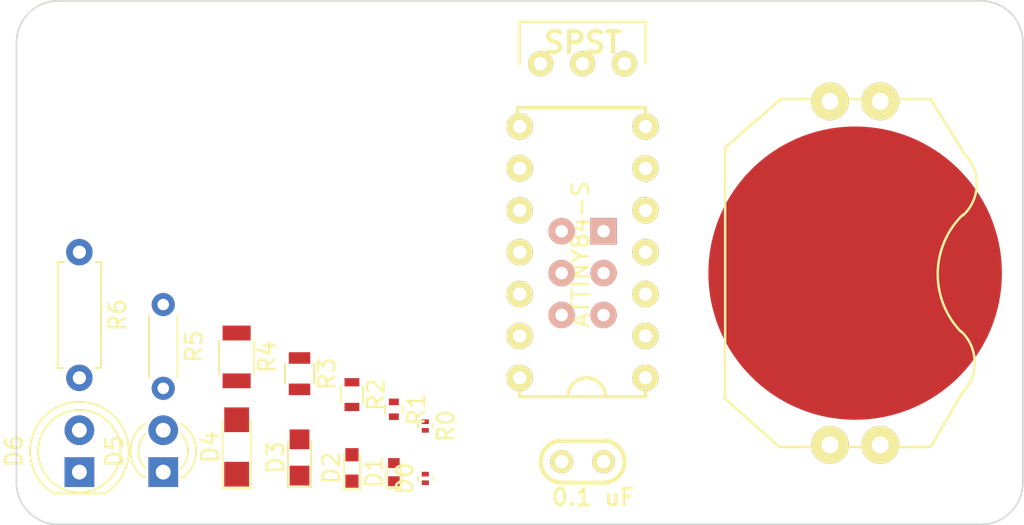
<source format=kicad_pcb>
(kicad_pcb (version 4) (host pcbnew 4.0.7)

  (general
    (links 35)
    (no_connects 35)
    (area 96.469999 99.009999 157.530001 130.860001)
    (thickness 1.6)
    (drawings 19)
    (tracks 0)
    (zones 0)
    (modules 19)
    (nets 23)
  )

  (page USLetter)
  (layers
    (0 F.Cu signal)
    (31 B.Cu signal)
    (34 B.Paste user)
    (35 F.Paste user)
    (36 B.SilkS user)
    (37 F.SilkS user)
    (38 B.Mask user)
    (39 F.Mask user)
    (40 Dwgs.User user hide)
    (44 Edge.Cuts user)
  )

  (setup
    (last_trace_width 0.1524)
    (user_trace_width 0.254)
    (user_trace_width 0.3048)
    (user_trace_width 0.4064)
    (user_trace_width 0.6096)
    (user_trace_width 2.032)
    (trace_clearance 0.1524)
    (zone_clearance 0.508)
    (zone_45_only no)
    (trace_min 0.1524)
    (segment_width 0.254)
    (edge_width 0.1)
    (via_size 0.6858)
    (via_drill 0.3302)
    (via_min_size 0.6858)
    (via_min_drill 0.3302)
    (user_via 1 0.5)
    (uvia_size 0.762)
    (uvia_drill 0.508)
    (uvias_allowed no)
    (uvia_min_size 0.508)
    (uvia_min_drill 0.127)
    (pcb_text_width 0.3)
    (pcb_text_size 1.5 1.5)
    (mod_edge_width 0.15)
    (mod_text_size 1 1)
    (mod_text_width 0.15)
    (pad_size 3.4 3.4)
    (pad_drill 3)
    (pad_to_mask_clearance 0)
    (aux_axis_origin 0 0)
    (grid_origin 210.82 95.25)
    (visible_elements 7FFFFFFF)
    (pcbplotparams
      (layerselection 0x010f0_80000001)
      (usegerberextensions true)
      (excludeedgelayer true)
      (linewidth 0.100000)
      (plotframeref false)
      (viasonmask false)
      (mode 1)
      (useauxorigin false)
      (hpglpennumber 1)
      (hpglpenspeed 20)
      (hpglpendiameter 15)
      (hpglpenoverlay 2)
      (psnegative false)
      (psa4output false)
      (plotreference true)
      (plotvalue true)
      (plotinvisibletext false)
      (padsonsilk false)
      (subtractmaskfromsilk false)
      (outputformat 1)
      (mirror false)
      (drillshape 0)
      (scaleselection 1)
      (outputdirectory gerbers/))
  )

  (net 0 "")
  (net 1 GND)
  (net 2 +BATT)
  (net 3 "Net-(BT1-Pad1)")
  (net 4 "Net-(CON1-Pad1)")
  (net 5 "Net-(CON1-Pad3)")
  (net 6 "Net-(CON1-Pad4)")
  (net 7 "Net-(CON1-Pad5)")
  (net 8 "Net-(D1-Pad2)")
  (net 9 "Net-(D0-Pad2)")
  (net 10 "Net-(D2-Pad2)")
  (net 11 "Net-(D3-Pad2)")
  (net 12 "Net-(IC1-Pad2)")
  (net 13 "Net-(IC1-Pad5)")
  (net 14 "Net-(IC1-Pad3)")
  (net 15 "Net-(D4-Pad2)")
  (net 16 "Net-(D5-Pad2)")
  (net 17 "Net-(D6-Pad2)")
  (net 18 "Net-(IC1-Pad6)")
  (net 19 "Net-(IC1-Pad10)")
  (net 20 "Net-(IC1-Pad11)")
  (net 21 "Net-(IC1-Pad12)")
  (net 22 "Net-(IC1-Pad13)")

  (net_class Default "This is the default net class."
    (clearance 0.1524)
    (trace_width 0.1524)
    (via_dia 0.6858)
    (via_drill 0.3302)
    (uvia_dia 0.762)
    (uvia_drill 0.508)
    (add_net +BATT)
    (add_net GND)
    (add_net "Net-(BT1-Pad1)")
    (add_net "Net-(CON1-Pad1)")
    (add_net "Net-(CON1-Pad3)")
    (add_net "Net-(CON1-Pad4)")
    (add_net "Net-(CON1-Pad5)")
    (add_net "Net-(D0-Pad2)")
    (add_net "Net-(D1-Pad2)")
    (add_net "Net-(D2-Pad2)")
    (add_net "Net-(D3-Pad2)")
    (add_net "Net-(D4-Pad2)")
    (add_net "Net-(D5-Pad2)")
    (add_net "Net-(D6-Pad2)")
    (add_net "Net-(IC1-Pad10)")
    (add_net "Net-(IC1-Pad11)")
    (add_net "Net-(IC1-Pad12)")
    (add_net "Net-(IC1-Pad13)")
    (add_net "Net-(IC1-Pad2)")
    (add_net "Net-(IC1-Pad3)")
    (add_net "Net-(IC1-Pad5)")
    (add_net "Net-(IC1-Pad6)")
  )

  (module project_footprints:C1 (layer F.Cu) (tedit 593A1398) (tstamp 5E548D6A)
    (at 130.81 127 180)
    (descr "Condensateur e = 1 pas")
    (tags C)
    (path /553FDF53)
    (fp_text reference C1 (at -1.905 -1.905 180) (layer F.SilkS) hide
      (effects (font (size 1.016 1.016) (thickness 0.254)))
    )
    (fp_text value "0.1 uF" (at -0.635 -2.159 180) (layer F.SilkS)
      (effects (font (size 1.016 1.016) (thickness 0.1778)))
    )
    (fp_line (start -1.27 -1.27) (end 1.27 -1.27) (layer F.SilkS) (width 0.254))
    (fp_line (start -1.27 1.27) (end 1.27 1.27) (layer F.SilkS) (width 0.254))
    (fp_arc (start -1.27 0) (end -1.27 1.27) (angle 90) (layer F.SilkS) (width 0.254))
    (fp_arc (start -1.27 0) (end -2.54 0) (angle 90) (layer F.SilkS) (width 0.254))
    (fp_arc (start 1.27 0) (end 2.54 0) (angle 90) (layer F.SilkS) (width 0.254))
    (fp_arc (start 1.27 0) (end 1.27 -1.27) (angle 90) (layer F.SilkS) (width 0.254))
    (pad 1 thru_hole circle (at -1.27 0 180) (size 1.397 1.397) (drill 0.8128) (layers *.Cu *.Mask F.SilkS)
      (net 2 +BATT))
    (pad 2 thru_hole circle (at 1.27 0 180) (size 1.397 1.397) (drill 0.8128) (layers *.Cu *.Mask F.SilkS)
      (net 1 GND))
    (model discret/capa_1_pas.wrl
      (at (xyz 0 0 0))
      (scale (xyz 1 1 1))
      (rotate (xyz 0 0 0))
    )
  )

  (module project_footprints:AVR-ISP-6 (layer F.Cu) (tedit 593A17E9) (tstamp 5E548D74)
    (at 129.54 113.03)
    (descr "6-lead dip package, row spacing 7.62 mm (300 mils)")
    (tags "dil dip 2.54 300")
    (path /58609061)
    (fp_text reference CON1 (at 0 -2.54) (layer F.SilkS) hide
      (effects (font (size 1 1) (thickness 0.15)))
    )
    (fp_text value AVR-ISP-6 (at 0 -3.72) (layer F.Fab) hide
      (effects (font (size 1 1) (thickness 0.15)))
    )
    (pad 1 thru_hole oval (at 0 0) (size 1.6 1.6) (drill 0.762) (layers *.Cu B.SilkS B.Mask)
      (net 4 "Net-(CON1-Pad1)"))
    (pad 2 thru_hole rect (at 2.54 0) (size 1.6 1.6) (drill 0.762) (layers *.Cu B.SilkS B.Mask)
      (net 2 +BATT))
    (pad 3 thru_hole oval (at 0 2.54) (size 1.6 1.6) (drill 0.762) (layers *.Cu B.SilkS B.Mask)
      (net 5 "Net-(CON1-Pad3)"))
    (pad 4 thru_hole oval (at 2.54 2.54) (size 1.6 1.6) (drill 0.762) (layers *.Cu B.SilkS B.Mask)
      (net 6 "Net-(CON1-Pad4)"))
    (pad 5 thru_hole oval (at 0 5.08) (size 1.6 1.6) (drill 0.762) (layers *.Cu B.SilkS B.Mask)
      (net 7 "Net-(CON1-Pad5)"))
    (pad 6 thru_hole oval (at 2.54 5.08) (size 1.6 1.6) (drill 0.762) (layers *.Cu B.SilkS B.Mask)
      (net 1 GND))
  )

  (module Resistors_SMD:R_0201 (layer F.Cu) (tedit 5E548E0A) (tstamp 5E548D7A)
    (at 121.285 128.016 90)
    (descr "Resistor SMD 0201, reflow soldering, Vishay (see crcw0201e3.pdf)")
    (tags "resistor 0201")
    (path /59376725)
    (attr smd)
    (fp_text reference D0 (at 0 -1.25 90) (layer F.SilkS)
      (effects (font (size 1 1) (thickness 0.15)))
    )
    (fp_text value LED (at 0 1.3 90) (layer F.Fab)
      (effects (font (size 1 1) (thickness 0.15)))
    )
    (fp_text user %R (at 0 -1.25 90) (layer F.Fab)
      (effects (font (size 1 1) (thickness 0.15)))
    )
    (fp_line (start -0.3 0.15) (end -0.3 -0.15) (layer F.Fab) (width 0.1))
    (fp_line (start 0.3 0.15) (end -0.3 0.15) (layer F.Fab) (width 0.1))
    (fp_line (start 0.3 -0.15) (end 0.3 0.15) (layer F.Fab) (width 0.1))
    (fp_line (start -0.3 -0.15) (end 0.3 -0.15) (layer F.Fab) (width 0.1))
    (fp_line (start 0.12 -0.44) (end -0.12 -0.44) (layer F.SilkS) (width 0.12))
    (fp_line (start -0.12 0.44) (end 0.12 0.44) (layer F.SilkS) (width 0.12))
    (fp_line (start -0.55 -0.37) (end 0.55 -0.37) (layer F.CrtYd) (width 0.05))
    (fp_line (start -0.55 -0.37) (end -0.55 0.36) (layer F.CrtYd) (width 0.05))
    (fp_line (start 0.55 0.36) (end 0.55 -0.37) (layer F.CrtYd) (width 0.05))
    (fp_line (start 0.55 0.36) (end -0.55 0.36) (layer F.CrtYd) (width 0.05))
    (pad 1 smd rect (at -0.26 0 90) (size 0.28 0.43) (layers F.Cu F.Paste F.Mask)
      (net 1 GND))
    (pad 2 smd rect (at 0.26 0 90) (size 0.28 0.43) (layers F.Cu F.Paste F.Mask)
      (net 9 "Net-(D0-Pad2)"))
    (model ${KISYS3DMOD}/Resistors_SMD.3dshapes/R_0201.wrl
      (at (xyz 0 0 0))
      (scale (xyz 1 1 1))
      (rotate (xyz 0 0 0))
    )
  )

  (module LEDs:LED_D3.0mm (layer F.Cu) (tedit 587A3A7B) (tstamp 5E548D98)
    (at 105.41 127.635 90)
    (descr "LED, diameter 3.0mm, 2 pins")
    (tags "LED diameter 3.0mm 2 pins")
    (path /5937661C)
    (fp_text reference D5 (at 1.27 -2.96 90) (layer F.SilkS)
      (effects (font (size 1 1) (thickness 0.15)))
    )
    (fp_text value LED (at 1.27 2.96 90) (layer F.Fab)
      (effects (font (size 1 1) (thickness 0.15)))
    )
    (fp_arc (start 1.27 0) (end -0.23 -1.16619) (angle 284.3) (layer F.Fab) (width 0.1))
    (fp_arc (start 1.27 0) (end -0.29 -1.235516) (angle 108.8) (layer F.SilkS) (width 0.12))
    (fp_arc (start 1.27 0) (end -0.29 1.235516) (angle -108.8) (layer F.SilkS) (width 0.12))
    (fp_arc (start 1.27 0) (end 0.229039 -1.08) (angle 87.9) (layer F.SilkS) (width 0.12))
    (fp_arc (start 1.27 0) (end 0.229039 1.08) (angle -87.9) (layer F.SilkS) (width 0.12))
    (fp_circle (center 1.27 0) (end 2.77 0) (layer F.Fab) (width 0.1))
    (fp_line (start -0.23 -1.16619) (end -0.23 1.16619) (layer F.Fab) (width 0.1))
    (fp_line (start -0.29 -1.236) (end -0.29 -1.08) (layer F.SilkS) (width 0.12))
    (fp_line (start -0.29 1.08) (end -0.29 1.236) (layer F.SilkS) (width 0.12))
    (fp_line (start -1.15 -2.25) (end -1.15 2.25) (layer F.CrtYd) (width 0.05))
    (fp_line (start -1.15 2.25) (end 3.7 2.25) (layer F.CrtYd) (width 0.05))
    (fp_line (start 3.7 2.25) (end 3.7 -2.25) (layer F.CrtYd) (width 0.05))
    (fp_line (start 3.7 -2.25) (end -1.15 -2.25) (layer F.CrtYd) (width 0.05))
    (pad 1 thru_hole rect (at 0 0 90) (size 1.8 1.8) (drill 0.9) (layers *.Cu *.Mask)
      (net 1 GND))
    (pad 2 thru_hole circle (at 2.54 0 90) (size 1.8 1.8) (drill 0.9) (layers *.Cu *.Mask)
      (net 16 "Net-(D5-Pad2)"))
    (model ${KISYS3DMOD}/LEDs.3dshapes/LED_D3.0mm.wrl
      (at (xyz 0 0 0))
      (scale (xyz 0.393701 0.393701 0.393701))
      (rotate (xyz 0 0 0))
    )
  )

  (module LEDs:LED_D5.0mm (layer F.Cu) (tedit 5995936A) (tstamp 5E548D9E)
    (at 100.33 127.635 90)
    (descr "LED, diameter 5.0mm, 2 pins, http://cdn-reichelt.de/documents/datenblatt/A500/LL-504BC2E-009.pdf")
    (tags "LED diameter 5.0mm 2 pins")
    (path /5937669C)
    (fp_text reference D6 (at 1.27 -3.96 90) (layer F.SilkS)
      (effects (font (size 1 1) (thickness 0.15)))
    )
    (fp_text value LED (at 1.27 3.96 90) (layer F.Fab)
      (effects (font (size 1 1) (thickness 0.15)))
    )
    (fp_arc (start 1.27 0) (end -1.23 -1.469694) (angle 299.1) (layer F.Fab) (width 0.1))
    (fp_arc (start 1.27 0) (end -1.29 -1.54483) (angle 148.9) (layer F.SilkS) (width 0.12))
    (fp_arc (start 1.27 0) (end -1.29 1.54483) (angle -148.9) (layer F.SilkS) (width 0.12))
    (fp_circle (center 1.27 0) (end 3.77 0) (layer F.Fab) (width 0.1))
    (fp_circle (center 1.27 0) (end 3.77 0) (layer F.SilkS) (width 0.12))
    (fp_line (start -1.23 -1.469694) (end -1.23 1.469694) (layer F.Fab) (width 0.1))
    (fp_line (start -1.29 -1.545) (end -1.29 1.545) (layer F.SilkS) (width 0.12))
    (fp_line (start -1.95 -3.25) (end -1.95 3.25) (layer F.CrtYd) (width 0.05))
    (fp_line (start -1.95 3.25) (end 4.5 3.25) (layer F.CrtYd) (width 0.05))
    (fp_line (start 4.5 3.25) (end 4.5 -3.25) (layer F.CrtYd) (width 0.05))
    (fp_line (start 4.5 -3.25) (end -1.95 -3.25) (layer F.CrtYd) (width 0.05))
    (fp_text user %R (at 1.25 0 90) (layer F.Fab)
      (effects (font (size 0.8 0.8) (thickness 0.2)))
    )
    (pad 1 thru_hole rect (at 0 0 90) (size 1.8 1.8) (drill 0.9) (layers *.Cu *.Mask)
      (net 1 GND))
    (pad 2 thru_hole circle (at 2.54 0 90) (size 1.8 1.8) (drill 0.9) (layers *.Cu *.Mask)
      (net 17 "Net-(D6-Pad2)"))
    (model ${KISYS3DMOD}/LEDs.3dshapes/LED_D5.0mm.wrl
      (at (xyz 0 0 0))
      (scale (xyz 0.393701 0.393701 0.393701))
      (rotate (xyz 0 0 0))
    )
  )

  (module project_footprints:DIP-14_W7.62mm (layer F.Cu) (tedit 593A1D84) (tstamp 5E548DB6)
    (at 134.62 121.92 180)
    (descr "14-lead dip package, row spacing 7.62 mm (300 mils)")
    (tags "dil dip 2.54 300")
    (path /588D45C8)
    (fp_text reference IC1 (at 0 -5.22 180) (layer F.SilkS) hide
      (effects (font (size 1 1) (thickness 0.15)))
    )
    (fp_text value ATTINY84-S (at 3.937 7.493 270) (layer F.SilkS)
      (effects (font (size 1 1) (thickness 0.15)))
    )
    (fp_arc (start 3.556 -1.143) (end 4.699 -1.143) (angle 90) (layer F.SilkS) (width 0.2))
    (fp_arc (start 3.556 -1.143) (end 3.556 0) (angle 90) (layer F.SilkS) (width 0.2))
    (fp_line (start 0 -0.889) (end 0 -1.143) (layer F.SilkS) (width 0.2))
    (fp_line (start 0 -1.143) (end 7.493 -1.143) (layer F.SilkS) (width 0.2))
    (fp_line (start 7.493 -1.143) (end 7.62 -1.143) (layer F.SilkS) (width 0.2))
    (fp_line (start 7.62 -1.143) (end 7.62 -0.889) (layer F.SilkS) (width 0.2))
    (fp_line (start 0 16.383) (end 0 16.002) (layer F.SilkS) (width 0.2))
    (fp_line (start 7.747 16.383) (end 7.747 16.002) (layer F.SilkS) (width 0.2))
    (fp_line (start 0 16.383) (end 7.747 16.383) (layer F.SilkS) (width 0.2))
    (fp_line (start -1.05 -2.45) (end -1.05 17.7) (layer F.CrtYd) (width 0.05))
    (fp_line (start 8.65 -2.45) (end 8.65 17.7) (layer F.CrtYd) (width 0.05))
    (fp_line (start -1.05 -2.45) (end 8.65 -2.45) (layer F.CrtYd) (width 0.05))
    (fp_line (start -1.05 17.7) (end 8.65 17.7) (layer F.CrtYd) (width 0.05))
    (pad 1 thru_hole oval (at 0 0 180) (size 1.6 1.6) (drill 0.8) (layers *.Cu *.Mask F.SilkS)
      (net 2 +BATT))
    (pad 2 thru_hole oval (at 0 2.54 180) (size 1.6 1.6) (drill 0.8) (layers *.Cu *.Mask F.SilkS)
      (net 12 "Net-(IC1-Pad2)"))
    (pad 3 thru_hole oval (at 0 5.08 180) (size 1.6 1.6) (drill 0.8) (layers *.Cu *.Mask F.SilkS)
      (net 14 "Net-(IC1-Pad3)"))
    (pad 4 thru_hole oval (at 0 7.62 180) (size 1.6 1.6) (drill 0.8) (layers *.Cu *.Mask F.SilkS)
      (net 7 "Net-(CON1-Pad5)"))
    (pad 5 thru_hole oval (at 0 10.16 180) (size 1.6 1.6) (drill 0.8) (layers *.Cu *.Mask F.SilkS)
      (net 13 "Net-(IC1-Pad5)"))
    (pad 6 thru_hole oval (at 0 12.7 180) (size 1.6 1.6) (drill 0.8) (layers *.Cu *.Mask F.SilkS)
      (net 18 "Net-(IC1-Pad6)"))
    (pad 7 thru_hole oval (at 0 15.24 180) (size 1.6 1.6) (drill 0.8) (layers *.Cu *.Mask F.SilkS)
      (net 6 "Net-(CON1-Pad4)"))
    (pad 8 thru_hole oval (at 7.62 15.24 180) (size 1.6 1.6) (drill 0.8) (layers *.Cu *.Mask F.SilkS)
      (net 4 "Net-(CON1-Pad1)"))
    (pad 9 thru_hole oval (at 7.62 12.7 180) (size 1.6 1.6) (drill 0.8) (layers *.Cu *.Mask F.SilkS)
      (net 5 "Net-(CON1-Pad3)"))
    (pad 10 thru_hole oval (at 7.62 10.16 180) (size 1.6 1.6) (drill 0.8) (layers *.Cu *.Mask F.SilkS)
      (net 19 "Net-(IC1-Pad10)"))
    (pad 11 thru_hole oval (at 7.62 7.62 180) (size 1.6 1.6) (drill 0.8) (layers *.Cu *.Mask F.SilkS)
      (net 20 "Net-(IC1-Pad11)"))
    (pad 12 thru_hole oval (at 7.62 5.08 180) (size 1.6 1.6) (drill 0.8) (layers *.Cu *.Mask F.SilkS)
      (net 21 "Net-(IC1-Pad12)"))
    (pad 13 thru_hole oval (at 7.62 2.54 180) (size 1.6 1.6) (drill 0.8) (layers *.Cu *.Mask F.SilkS)
      (net 22 "Net-(IC1-Pad13)"))
    (pad 14 thru_hole oval (at 7.62 0 180) (size 1.6 1.6) (drill 0.8) (layers *.Cu *.Mask F.SilkS)
      (net 1 GND))
    (model Housings_DIP.3dshapes/DIP-14_W7.62mm.wrl
      (at (xyz 0 0 0))
      (scale (xyz 1 1 1))
      (rotate (xyz 0 0 0))
    )
  )

  (module Resistors_SMD:R_0201 (layer F.Cu) (tedit 58E0A804) (tstamp 5E548DC1)
    (at 121.285 124.841 270)
    (descr "Resistor SMD 0201, reflow soldering, Vishay (see crcw0201e3.pdf)")
    (tags "resistor 0201")
    (path /59376B1A)
    (attr smd)
    (fp_text reference R0 (at 0 -1.25 270) (layer F.SilkS)
      (effects (font (size 1 1) (thickness 0.15)))
    )
    (fp_text value 100 (at 0 1.3 270) (layer F.Fab)
      (effects (font (size 1 1) (thickness 0.15)))
    )
    (fp_text user %R (at 0 -1.25 270) (layer F.Fab)
      (effects (font (size 1 1) (thickness 0.15)))
    )
    (fp_line (start -0.3 0.15) (end -0.3 -0.15) (layer F.Fab) (width 0.1))
    (fp_line (start 0.3 0.15) (end -0.3 0.15) (layer F.Fab) (width 0.1))
    (fp_line (start 0.3 -0.15) (end 0.3 0.15) (layer F.Fab) (width 0.1))
    (fp_line (start -0.3 -0.15) (end 0.3 -0.15) (layer F.Fab) (width 0.1))
    (fp_line (start 0.12 -0.44) (end -0.12 -0.44) (layer F.SilkS) (width 0.12))
    (fp_line (start -0.12 0.44) (end 0.12 0.44) (layer F.SilkS) (width 0.12))
    (fp_line (start -0.55 -0.37) (end 0.55 -0.37) (layer F.CrtYd) (width 0.05))
    (fp_line (start -0.55 -0.37) (end -0.55 0.36) (layer F.CrtYd) (width 0.05))
    (fp_line (start 0.55 0.36) (end 0.55 -0.37) (layer F.CrtYd) (width 0.05))
    (fp_line (start 0.55 0.36) (end -0.55 0.36) (layer F.CrtYd) (width 0.05))
    (pad 1 smd rect (at -0.26 0 270) (size 0.28 0.43) (layers F.Cu F.Paste F.Mask)
      (net 22 "Net-(IC1-Pad13)"))
    (pad 2 smd rect (at 0.26 0 270) (size 0.28 0.43) (layers F.Cu F.Paste F.Mask)
      (net 9 "Net-(D0-Pad2)"))
    (model ${KISYS3DMOD}/Resistors_SMD.3dshapes/R_0201.wrl
      (at (xyz 0 0 0))
      (scale (xyz 1 1 1))
      (rotate (xyz 0 0 0))
    )
  )

  (module Resistors_SMD:R_0402 (layer F.Cu) (tedit 58E0A804) (tstamp 5E548DC7)
    (at 119.38 123.825 270)
    (descr "Resistor SMD 0402, reflow soldering, Vishay (see dcrcw.pdf)")
    (tags "resistor 0402")
    (path /59376ABD)
    (attr smd)
    (fp_text reference R1 (at 0 -1.35 270) (layer F.SilkS)
      (effects (font (size 1 1) (thickness 0.15)))
    )
    (fp_text value 100 (at 0 1.45 270) (layer F.Fab)
      (effects (font (size 1 1) (thickness 0.15)))
    )
    (fp_text user %R (at 0 -1.35 270) (layer F.Fab)
      (effects (font (size 1 1) (thickness 0.15)))
    )
    (fp_line (start -0.5 0.25) (end -0.5 -0.25) (layer F.Fab) (width 0.1))
    (fp_line (start 0.5 0.25) (end -0.5 0.25) (layer F.Fab) (width 0.1))
    (fp_line (start 0.5 -0.25) (end 0.5 0.25) (layer F.Fab) (width 0.1))
    (fp_line (start -0.5 -0.25) (end 0.5 -0.25) (layer F.Fab) (width 0.1))
    (fp_line (start 0.25 -0.53) (end -0.25 -0.53) (layer F.SilkS) (width 0.12))
    (fp_line (start -0.25 0.53) (end 0.25 0.53) (layer F.SilkS) (width 0.12))
    (fp_line (start -0.8 -0.45) (end 0.8 -0.45) (layer F.CrtYd) (width 0.05))
    (fp_line (start -0.8 -0.45) (end -0.8 0.45) (layer F.CrtYd) (width 0.05))
    (fp_line (start 0.8 0.45) (end 0.8 -0.45) (layer F.CrtYd) (width 0.05))
    (fp_line (start 0.8 0.45) (end -0.8 0.45) (layer F.CrtYd) (width 0.05))
    (pad 1 smd rect (at -0.45 0 270) (size 0.4 0.6) (layers F.Cu F.Paste F.Mask)
      (net 21 "Net-(IC1-Pad12)"))
    (pad 2 smd rect (at 0.45 0 270) (size 0.4 0.6) (layers F.Cu F.Paste F.Mask)
      (net 8 "Net-(D1-Pad2)"))
    (model ${KISYS3DMOD}/Resistors_SMD.3dshapes/R_0402.wrl
      (at (xyz 0 0 0))
      (scale (xyz 1 1 1))
      (rotate (xyz 0 0 0))
    )
  )

  (module Resistors_THT:R_Axial_DIN0204_L3.6mm_D1.6mm_P5.08mm_Horizontal (layer F.Cu) (tedit 5874F706) (tstamp 5E548DDF)
    (at 105.41 117.475 270)
    (descr "Resistor, Axial_DIN0204 series, Axial, Horizontal, pin pitch=5.08mm, 0.16666666666666666W = 1/6W, length*diameter=3.6*1.6mm^2, http://cdn-reichelt.de/documents/datenblatt/B400/1_4W%23YAG.pdf")
    (tags "Resistor Axial_DIN0204 series Axial Horizontal pin pitch 5.08mm 0.16666666666666666W = 1/6W length 3.6mm diameter 1.6mm")
    (path /56DBEF6A)
    (fp_text reference R5 (at 2.54 -1.86 270) (layer F.SilkS)
      (effects (font (size 1 1) (thickness 0.15)))
    )
    (fp_text value 100 (at 2.54 1.86 270) (layer F.Fab)
      (effects (font (size 1 1) (thickness 0.15)))
    )
    (fp_line (start 0.74 -0.8) (end 0.74 0.8) (layer F.Fab) (width 0.1))
    (fp_line (start 0.74 0.8) (end 4.34 0.8) (layer F.Fab) (width 0.1))
    (fp_line (start 4.34 0.8) (end 4.34 -0.8) (layer F.Fab) (width 0.1))
    (fp_line (start 4.34 -0.8) (end 0.74 -0.8) (layer F.Fab) (width 0.1))
    (fp_line (start 0 0) (end 0.74 0) (layer F.Fab) (width 0.1))
    (fp_line (start 5.08 0) (end 4.34 0) (layer F.Fab) (width 0.1))
    (fp_line (start 0.68 -0.86) (end 4.4 -0.86) (layer F.SilkS) (width 0.12))
    (fp_line (start 0.68 0.86) (end 4.4 0.86) (layer F.SilkS) (width 0.12))
    (fp_line (start -0.95 -1.15) (end -0.95 1.15) (layer F.CrtYd) (width 0.05))
    (fp_line (start -0.95 1.15) (end 6.05 1.15) (layer F.CrtYd) (width 0.05))
    (fp_line (start 6.05 1.15) (end 6.05 -1.15) (layer F.CrtYd) (width 0.05))
    (fp_line (start 6.05 -1.15) (end -0.95 -1.15) (layer F.CrtYd) (width 0.05))
    (pad 1 thru_hole circle (at 0 0 270) (size 1.4 1.4) (drill 0.7) (layers *.Cu *.Mask)
      (net 4 "Net-(CON1-Pad1)"))
    (pad 2 thru_hole oval (at 5.08 0 270) (size 1.4 1.4) (drill 0.7) (layers *.Cu *.Mask)
      (net 16 "Net-(D5-Pad2)"))
    (model ${KISYS3DMOD}/Resistors_THT.3dshapes/R_Axial_DIN0204_L3.6mm_D1.6mm_P5.08mm_Horizontal.wrl
      (at (xyz 0 0 0))
      (scale (xyz 0.393701 0.393701 0.393701))
      (rotate (xyz 0 0 0))
    )
  )

  (module Resistors_THT:R_Axial_DIN0207_L6.3mm_D2.5mm_P7.62mm_Horizontal (layer F.Cu) (tedit 5874F706) (tstamp 5E548DE5)
    (at 100.33 114.3 270)
    (descr "Resistor, Axial_DIN0207 series, Axial, Horizontal, pin pitch=7.62mm, 0.25W = 1/4W, length*diameter=6.3*2.5mm^2, http://cdn-reichelt.de/documents/datenblatt/B400/1_4W%23YAG.pdf")
    (tags "Resistor Axial_DIN0207 series Axial Horizontal pin pitch 7.62mm 0.25W = 1/4W length 6.3mm diameter 2.5mm")
    (path /56CEB2B5)
    (fp_text reference R6 (at 3.81 -2.31 270) (layer F.SilkS)
      (effects (font (size 1 1) (thickness 0.15)))
    )
    (fp_text value 100 (at 3.81 2.31 270) (layer F.Fab)
      (effects (font (size 1 1) (thickness 0.15)))
    )
    (fp_line (start 0.66 -1.25) (end 0.66 1.25) (layer F.Fab) (width 0.1))
    (fp_line (start 0.66 1.25) (end 6.96 1.25) (layer F.Fab) (width 0.1))
    (fp_line (start 6.96 1.25) (end 6.96 -1.25) (layer F.Fab) (width 0.1))
    (fp_line (start 6.96 -1.25) (end 0.66 -1.25) (layer F.Fab) (width 0.1))
    (fp_line (start 0 0) (end 0.66 0) (layer F.Fab) (width 0.1))
    (fp_line (start 7.62 0) (end 6.96 0) (layer F.Fab) (width 0.1))
    (fp_line (start 0.6 -0.98) (end 0.6 -1.31) (layer F.SilkS) (width 0.12))
    (fp_line (start 0.6 -1.31) (end 7.02 -1.31) (layer F.SilkS) (width 0.12))
    (fp_line (start 7.02 -1.31) (end 7.02 -0.98) (layer F.SilkS) (width 0.12))
    (fp_line (start 0.6 0.98) (end 0.6 1.31) (layer F.SilkS) (width 0.12))
    (fp_line (start 0.6 1.31) (end 7.02 1.31) (layer F.SilkS) (width 0.12))
    (fp_line (start 7.02 1.31) (end 7.02 0.98) (layer F.SilkS) (width 0.12))
    (fp_line (start -1.05 -1.6) (end -1.05 1.6) (layer F.CrtYd) (width 0.05))
    (fp_line (start -1.05 1.6) (end 8.7 1.6) (layer F.CrtYd) (width 0.05))
    (fp_line (start 8.7 1.6) (end 8.7 -1.6) (layer F.CrtYd) (width 0.05))
    (fp_line (start 8.7 -1.6) (end -1.05 -1.6) (layer F.CrtYd) (width 0.05))
    (pad 1 thru_hole circle (at 0 0 270) (size 1.6 1.6) (drill 0.8) (layers *.Cu *.Mask)
      (net 6 "Net-(CON1-Pad4)"))
    (pad 2 thru_hole oval (at 7.62 0 270) (size 1.6 1.6) (drill 0.8) (layers *.Cu *.Mask)
      (net 17 "Net-(D6-Pad2)"))
    (model ${KISYS3DMOD}/Resistors_THT.3dshapes/R_Axial_DIN0207_L6.3mm_D2.5mm_P7.62mm_Horizontal.wrl
      (at (xyz 0 0 0))
      (scale (xyz 0.393701 0.393701 0.393701))
      (rotate (xyz 0 0 0))
    )
  )

  (module project_footprints:SW_SPST (layer F.Cu) (tedit 593A137D) (tstamp 5E548DF2)
    (at 130.81 102.87 270)
    (descr "Switch inverseur")
    (tags "SWITCH DEV")
    (path /5860A0CD)
    (fp_text reference SW2 (at -1.651 2.032 360) (layer F.SilkS) hide
      (effects (font (size 1.016 1.016) (thickness 0.2032)))
    )
    (fp_text value SPST (at -1.27 0 360) (layer F.SilkS)
      (effects (font (size 1.27 1.27) (thickness 0.254)))
    )
    (fp_line (start 0 3.81) (end -2.54 3.81) (layer F.SilkS) (width 0.15))
    (fp_line (start -2.54 3.81) (end -2.54 -3.81) (layer F.SilkS) (width 0.15))
    (fp_line (start -2.54 -3.81) (end 0 -3.81) (layer F.SilkS) (width 0.15))
    (pad 2 thru_hole circle (at 0 0 270) (size 1.524 1.524) (drill 0.8128) (layers *.Cu *.Mask F.SilkS)
      (net 3 "Net-(BT1-Pad1)"))
    (pad 1 thru_hole circle (at 0 -2.54 270) (size 1.524 1.524) (drill 0.8128) (layers *.Cu *.Mask F.SilkS)
      (net 2 +BATT))
    (pad 3 thru_hole circle (at 0 2.54 270) (size 1.524 1.524) (drill 0.8128) (layers *.Cu *.Mask F.SilkS))
  )

  (module LEDs:LED_1206 (layer F.Cu) (tedit 57FE943C) (tstamp 5E548D92)
    (at 109.855 126.111 90)
    (descr "LED 1206 smd package")
    (tags "LED led 1206 SMD smd SMT smt smdled SMDLED smtled SMTLED")
    (path /593760A9)
    (attr smd)
    (fp_text reference D4 (at 0 -1.6 90) (layer F.SilkS)
      (effects (font (size 1 1) (thickness 0.15)))
    )
    (fp_text value LED (at 0 1.7 90) (layer F.Fab)
      (effects (font (size 1 1) (thickness 0.15)))
    )
    (fp_line (start -2.5 -0.85) (end -2.5 0.85) (layer F.SilkS) (width 0.12))
    (fp_line (start -0.45 -0.4) (end -0.45 0.4) (layer F.Fab) (width 0.1))
    (fp_line (start -0.4 0) (end 0.2 -0.4) (layer F.Fab) (width 0.1))
    (fp_line (start 0.2 0.4) (end -0.4 0) (layer F.Fab) (width 0.1))
    (fp_line (start 0.2 -0.4) (end 0.2 0.4) (layer F.Fab) (width 0.1))
    (fp_line (start 1.6 0.8) (end -1.6 0.8) (layer F.Fab) (width 0.1))
    (fp_line (start 1.6 -0.8) (end 1.6 0.8) (layer F.Fab) (width 0.1))
    (fp_line (start -1.6 -0.8) (end 1.6 -0.8) (layer F.Fab) (width 0.1))
    (fp_line (start -1.6 0.8) (end -1.6 -0.8) (layer F.Fab) (width 0.1))
    (fp_line (start -2.45 0.85) (end 1.6 0.85) (layer F.SilkS) (width 0.12))
    (fp_line (start -2.45 -0.85) (end 1.6 -0.85) (layer F.SilkS) (width 0.12))
    (fp_line (start 2.65 -1) (end 2.65 1) (layer F.CrtYd) (width 0.05))
    (fp_line (start 2.65 1) (end -2.65 1) (layer F.CrtYd) (width 0.05))
    (fp_line (start -2.65 1) (end -2.65 -1) (layer F.CrtYd) (width 0.05))
    (fp_line (start -2.65 -1) (end 2.65 -1) (layer F.CrtYd) (width 0.05))
    (pad 2 smd rect (at 1.65 0 270) (size 1.5 1.5) (layers F.Cu F.Paste F.Mask)
      (net 15 "Net-(D4-Pad2)"))
    (pad 1 smd rect (at -1.65 0 270) (size 1.5 1.5) (layers F.Cu F.Paste F.Mask)
      (net 1 GND))
    (model ${KISYS3DMOD}/LEDs.3dshapes/LED_1206.wrl
      (at (xyz 0 0 0))
      (scale (xyz 1 1 1))
      (rotate (xyz 0 0 180))
    )
  )

  (module LEDs:LED_0805 (layer F.Cu) (tedit 59959803) (tstamp 5E548D8C)
    (at 113.665 126.746 90)
    (descr "LED 0805 smd package")
    (tags "LED led 0805 SMD smd SMT smt smdled SMDLED smtled SMTLED")
    (path /5937627B)
    (attr smd)
    (fp_text reference D3 (at 0 -1.45 90) (layer F.SilkS)
      (effects (font (size 1 1) (thickness 0.15)))
    )
    (fp_text value LED (at 0 1.55 90) (layer F.Fab)
      (effects (font (size 1 1) (thickness 0.15)))
    )
    (fp_line (start -1.8 -0.7) (end -1.8 0.7) (layer F.SilkS) (width 0.12))
    (fp_line (start -0.4 -0.4) (end -0.4 0.4) (layer F.Fab) (width 0.1))
    (fp_line (start -0.4 0) (end 0.2 -0.4) (layer F.Fab) (width 0.1))
    (fp_line (start 0.2 0.4) (end -0.4 0) (layer F.Fab) (width 0.1))
    (fp_line (start 0.2 -0.4) (end 0.2 0.4) (layer F.Fab) (width 0.1))
    (fp_line (start 1 0.6) (end -1 0.6) (layer F.Fab) (width 0.1))
    (fp_line (start 1 -0.6) (end 1 0.6) (layer F.Fab) (width 0.1))
    (fp_line (start -1 -0.6) (end 1 -0.6) (layer F.Fab) (width 0.1))
    (fp_line (start -1 0.6) (end -1 -0.6) (layer F.Fab) (width 0.1))
    (fp_line (start -1.8 0.7) (end 1 0.7) (layer F.SilkS) (width 0.12))
    (fp_line (start -1.8 -0.7) (end 1 -0.7) (layer F.SilkS) (width 0.12))
    (fp_line (start 1.95 -0.85) (end 1.95 0.85) (layer F.CrtYd) (width 0.05))
    (fp_line (start 1.95 0.85) (end -1.95 0.85) (layer F.CrtYd) (width 0.05))
    (fp_line (start -1.95 0.85) (end -1.95 -0.85) (layer F.CrtYd) (width 0.05))
    (fp_line (start -1.95 -0.85) (end 1.95 -0.85) (layer F.CrtYd) (width 0.05))
    (fp_text user %R (at 0 -1.25 90) (layer F.Fab)
      (effects (font (size 0.4 0.4) (thickness 0.1)))
    )
    (pad 2 smd rect (at 1.1 0 270) (size 1.2 1.2) (layers F.Cu F.Paste F.Mask)
      (net 11 "Net-(D3-Pad2)"))
    (pad 1 smd rect (at -1.1 0 270) (size 1.2 1.2) (layers F.Cu F.Paste F.Mask)
      (net 1 GND))
    (model ${KISYS3DMOD}/LEDs.3dshapes/LED_0805.wrl
      (at (xyz 0 0 0))
      (scale (xyz 1 1 1))
      (rotate (xyz 0 0 180))
    )
  )

  (module LEDs:LED_0603 (layer F.Cu) (tedit 57FE93A5) (tstamp 5E548D86)
    (at 116.84 127.381 90)
    (descr "LED 0603 smd package")
    (tags "LED led 0603 SMD smd SMT smt smdled SMDLED smtled SMTLED")
    (path /593762B5)
    (attr smd)
    (fp_text reference D2 (at 0 -1.25 90) (layer F.SilkS)
      (effects (font (size 1 1) (thickness 0.15)))
    )
    (fp_text value LED (at 0 1.35 90) (layer F.Fab)
      (effects (font (size 1 1) (thickness 0.15)))
    )
    (fp_line (start -1.3 -0.5) (end -1.3 0.5) (layer F.SilkS) (width 0.12))
    (fp_line (start -0.2 -0.2) (end -0.2 0.2) (layer F.Fab) (width 0.1))
    (fp_line (start -0.15 0) (end 0.15 -0.2) (layer F.Fab) (width 0.1))
    (fp_line (start 0.15 0.2) (end -0.15 0) (layer F.Fab) (width 0.1))
    (fp_line (start 0.15 -0.2) (end 0.15 0.2) (layer F.Fab) (width 0.1))
    (fp_line (start 0.8 0.4) (end -0.8 0.4) (layer F.Fab) (width 0.1))
    (fp_line (start 0.8 -0.4) (end 0.8 0.4) (layer F.Fab) (width 0.1))
    (fp_line (start -0.8 -0.4) (end 0.8 -0.4) (layer F.Fab) (width 0.1))
    (fp_line (start -0.8 0.4) (end -0.8 -0.4) (layer F.Fab) (width 0.1))
    (fp_line (start -1.3 0.5) (end 0.8 0.5) (layer F.SilkS) (width 0.12))
    (fp_line (start -1.3 -0.5) (end 0.8 -0.5) (layer F.SilkS) (width 0.12))
    (fp_line (start 1.45 -0.65) (end 1.45 0.65) (layer F.CrtYd) (width 0.05))
    (fp_line (start 1.45 0.65) (end -1.45 0.65) (layer F.CrtYd) (width 0.05))
    (fp_line (start -1.45 0.65) (end -1.45 -0.65) (layer F.CrtYd) (width 0.05))
    (fp_line (start -1.45 -0.65) (end 1.45 -0.65) (layer F.CrtYd) (width 0.05))
    (pad 2 smd rect (at 0.8 0 270) (size 0.8 0.8) (layers F.Cu F.Paste F.Mask)
      (net 10 "Net-(D2-Pad2)"))
    (pad 1 smd rect (at -0.8 0 270) (size 0.8 0.8) (layers F.Cu F.Paste F.Mask)
      (net 1 GND))
    (model ${KISYS3DMOD}/LEDs.3dshapes/LED_0603.wrl
      (at (xyz 0 0 0))
      (scale (xyz 1 1 1))
      (rotate (xyz 0 0 180))
    )
  )

  (module LEDs:LED_0402 (layer F.Cu) (tedit 5E55EE15) (tstamp 5E548D80)
    (at 119.38 127.635 90)
    (descr "LED 0402 smd package")
    (tags "LED led 0402 SMD smd SMT smt smdled SMDLED smtled SMTLED")
    (path /593766DF)
    (attr smd)
    (fp_text reference D1 (at 0 -1.2 90) (layer F.SilkS)
      (effects (font (size 1 1) (thickness 0.15)))
    )
    (fp_text value LED (at 0 1.4 180) (layer F.Fab)
      (effects (font (size 1 1) (thickness 0.15)))
    )
    (fp_line (start -0.95 -0.45) (end -0.95 0.45) (layer F.SilkS) (width 0.12))
    (fp_line (start -0.15 -0.2) (end -0.15 0.2) (layer F.Fab) (width 0.1))
    (fp_line (start -0.15 0) (end 0.15 -0.2) (layer F.Fab) (width 0.1))
    (fp_line (start 0.15 0.2) (end -0.15 0) (layer F.Fab) (width 0.1))
    (fp_line (start 0.15 -0.2) (end 0.15 0.2) (layer F.Fab) (width 0.1))
    (fp_line (start 0.5 0.25) (end -0.5 0.25) (layer F.Fab) (width 0.1))
    (fp_line (start 0.5 -0.25) (end 0.5 0.25) (layer F.Fab) (width 0.1))
    (fp_line (start -0.5 -0.25) (end 0.5 -0.25) (layer F.Fab) (width 0.1))
    (fp_line (start -0.5 0.25) (end -0.5 -0.25) (layer F.Fab) (width 0.1))
    (fp_line (start -0.95 0.45) (end 0.5 0.45) (layer F.SilkS) (width 0.12))
    (fp_line (start -0.95 -0.45) (end 0.5 -0.45) (layer F.SilkS) (width 0.12))
    (fp_line (start 1 -0.5) (end 1 0.5) (layer F.CrtYd) (width 0.05))
    (fp_line (start 1 0.5) (end -1 0.5) (layer F.CrtYd) (width 0.05))
    (fp_line (start -1 0.5) (end -1 -0.5) (layer F.CrtYd) (width 0.05))
    (fp_line (start -1 -0.5) (end 1 -0.5) (layer F.CrtYd) (width 0.05))
    (pad 2 smd rect (at 0.55 0 270) (size 0.6 0.7) (layers F.Cu F.Paste F.Mask)
      (net 8 "Net-(D1-Pad2)"))
    (pad 1 smd rect (at -0.55 0 270) (size 0.6 0.7) (layers F.Cu F.Paste F.Mask)
      (net 1 GND))
    (model ${KISYS3DMOD}/LEDs.3dshapes/LED_0402.wrl
      (at (xyz 0 0 0))
      (scale (xyz 1 1 1))
      (rotate (xyz 0 0 180))
    )
  )

  (module Resistors_SMD:R_0603 (layer F.Cu) (tedit 58E0A804) (tstamp 5E548DCD)
    (at 116.84 122.936 270)
    (descr "Resistor SMD 0603, reflow soldering, Vishay (see dcrcw.pdf)")
    (tags "resistor 0603")
    (path /59376A67)
    (attr smd)
    (fp_text reference R2 (at 0 -1.45 270) (layer F.SilkS)
      (effects (font (size 1 1) (thickness 0.15)))
    )
    (fp_text value 100 (at 0 1.5 270) (layer F.Fab)
      (effects (font (size 1 1) (thickness 0.15)))
    )
    (fp_text user %R (at 0 0 270) (layer F.Fab)
      (effects (font (size 0.4 0.4) (thickness 0.075)))
    )
    (fp_line (start -0.8 0.4) (end -0.8 -0.4) (layer F.Fab) (width 0.1))
    (fp_line (start 0.8 0.4) (end -0.8 0.4) (layer F.Fab) (width 0.1))
    (fp_line (start 0.8 -0.4) (end 0.8 0.4) (layer F.Fab) (width 0.1))
    (fp_line (start -0.8 -0.4) (end 0.8 -0.4) (layer F.Fab) (width 0.1))
    (fp_line (start 0.5 0.68) (end -0.5 0.68) (layer F.SilkS) (width 0.12))
    (fp_line (start -0.5 -0.68) (end 0.5 -0.68) (layer F.SilkS) (width 0.12))
    (fp_line (start -1.25 -0.7) (end 1.25 -0.7) (layer F.CrtYd) (width 0.05))
    (fp_line (start -1.25 -0.7) (end -1.25 0.7) (layer F.CrtYd) (width 0.05))
    (fp_line (start 1.25 0.7) (end 1.25 -0.7) (layer F.CrtYd) (width 0.05))
    (fp_line (start 1.25 0.7) (end -1.25 0.7) (layer F.CrtYd) (width 0.05))
    (pad 1 smd rect (at -0.75 0 270) (size 0.5 0.9) (layers F.Cu F.Paste F.Mask)
      (net 20 "Net-(IC1-Pad11)"))
    (pad 2 smd rect (at 0.75 0 270) (size 0.5 0.9) (layers F.Cu F.Paste F.Mask)
      (net 10 "Net-(D2-Pad2)"))
    (model ${KISYS3DMOD}/Resistors_SMD.3dshapes/R_0603.wrl
      (at (xyz 0 0 0))
      (scale (xyz 1 1 1))
      (rotate (xyz 0 0 0))
    )
  )

  (module Resistors_SMD:R_0805 (layer F.Cu) (tedit 58E0A804) (tstamp 5E548DD3)
    (at 113.665 121.666 270)
    (descr "Resistor SMD 0805, reflow soldering, Vishay (see dcrcw.pdf)")
    (tags "resistor 0805")
    (path /59376A18)
    (attr smd)
    (fp_text reference R3 (at 0 -1.65 270) (layer F.SilkS)
      (effects (font (size 1 1) (thickness 0.15)))
    )
    (fp_text value 100 (at 0 1.75 270) (layer F.Fab)
      (effects (font (size 1 1) (thickness 0.15)))
    )
    (fp_text user %R (at 0 0 270) (layer F.Fab)
      (effects (font (size 0.5 0.5) (thickness 0.075)))
    )
    (fp_line (start -1 0.62) (end -1 -0.62) (layer F.Fab) (width 0.1))
    (fp_line (start 1 0.62) (end -1 0.62) (layer F.Fab) (width 0.1))
    (fp_line (start 1 -0.62) (end 1 0.62) (layer F.Fab) (width 0.1))
    (fp_line (start -1 -0.62) (end 1 -0.62) (layer F.Fab) (width 0.1))
    (fp_line (start 0.6 0.88) (end -0.6 0.88) (layer F.SilkS) (width 0.12))
    (fp_line (start -0.6 -0.88) (end 0.6 -0.88) (layer F.SilkS) (width 0.12))
    (fp_line (start -1.55 -0.9) (end 1.55 -0.9) (layer F.CrtYd) (width 0.05))
    (fp_line (start -1.55 -0.9) (end -1.55 0.9) (layer F.CrtYd) (width 0.05))
    (fp_line (start 1.55 0.9) (end 1.55 -0.9) (layer F.CrtYd) (width 0.05))
    (fp_line (start 1.55 0.9) (end -1.55 0.9) (layer F.CrtYd) (width 0.05))
    (pad 1 smd rect (at -0.95 0 270) (size 0.7 1.3) (layers F.Cu F.Paste F.Mask)
      (net 19 "Net-(IC1-Pad10)"))
    (pad 2 smd rect (at 0.95 0 270) (size 0.7 1.3) (layers F.Cu F.Paste F.Mask)
      (net 11 "Net-(D3-Pad2)"))
    (model ${KISYS3DMOD}/Resistors_SMD.3dshapes/R_0805.wrl
      (at (xyz 0 0 0))
      (scale (xyz 1 1 1))
      (rotate (xyz 0 0 0))
    )
  )

  (module Resistors_SMD:R_1206 (layer F.Cu) (tedit 58E0A804) (tstamp 5E548DD9)
    (at 109.855 120.65 270)
    (descr "Resistor SMD 1206, reflow soldering, Vishay (see dcrcw.pdf)")
    (tags "resistor 1206")
    (path /56DBEFE7)
    (attr smd)
    (fp_text reference R4 (at 0 -1.85 270) (layer F.SilkS)
      (effects (font (size 1 1) (thickness 0.15)))
    )
    (fp_text value 100 (at 0 1.95 270) (layer F.Fab)
      (effects (font (size 1 1) (thickness 0.15)))
    )
    (fp_text user %R (at 0 0 270) (layer F.Fab)
      (effects (font (size 0.7 0.7) (thickness 0.105)))
    )
    (fp_line (start -1.6 0.8) (end -1.6 -0.8) (layer F.Fab) (width 0.1))
    (fp_line (start 1.6 0.8) (end -1.6 0.8) (layer F.Fab) (width 0.1))
    (fp_line (start 1.6 -0.8) (end 1.6 0.8) (layer F.Fab) (width 0.1))
    (fp_line (start -1.6 -0.8) (end 1.6 -0.8) (layer F.Fab) (width 0.1))
    (fp_line (start 1 1.07) (end -1 1.07) (layer F.SilkS) (width 0.12))
    (fp_line (start -1 -1.07) (end 1 -1.07) (layer F.SilkS) (width 0.12))
    (fp_line (start -2.15 -1.11) (end 2.15 -1.11) (layer F.CrtYd) (width 0.05))
    (fp_line (start -2.15 -1.11) (end -2.15 1.1) (layer F.CrtYd) (width 0.05))
    (fp_line (start 2.15 1.1) (end 2.15 -1.11) (layer F.CrtYd) (width 0.05))
    (fp_line (start 2.15 1.1) (end -2.15 1.1) (layer F.CrtYd) (width 0.05))
    (pad 1 smd rect (at -1.45 0 270) (size 0.9 1.7) (layers F.Cu F.Paste F.Mask)
      (net 5 "Net-(CON1-Pad3)"))
    (pad 2 smd rect (at 1.45 0 270) (size 0.9 1.7) (layers F.Cu F.Paste F.Mask)
      (net 15 "Net-(D4-Pad2)"))
    (model ${KISYS3DMOD}/Resistors_SMD.3dshapes/R_1206.wrl
      (at (xyz 0 0 0))
      (scale (xyz 1 1 1))
      (rotate (xyz 0 0 0))
    )
  )

  (module project_footprints:BATT_CR2032 (layer F.Cu) (tedit 0) (tstamp 5E548D64)
    (at 147.32 115.57 90)
    (tags battery)
    (path /56CFA61E)
    (fp_text reference BT1 (at 0 5.08 90) (layer F.SilkS) hide
      (effects (font (size 1.72974 1.08712) (thickness 0.27178)))
    )
    (fp_text value Battery (at 0 -2.54 90) (layer F.SilkS) hide
      (effects (font (size 1.524 1.016) (thickness 0.254)))
    )
    (fp_line (start -7.1755 6.5405) (end -10.541 4.572) (layer F.SilkS) (width 0.15))
    (fp_line (start 7.1755 6.6675) (end 10.541 4.572) (layer F.SilkS) (width 0.15))
    (fp_arc (start -5.4229 4.6355) (end -3.5179 6.4135) (angle 90) (layer F.SilkS) (width 0.15))
    (fp_arc (start 5.4102 4.7625) (end 7.1882 6.6675) (angle 90) (layer F.SilkS) (width 0.15))
    (fp_arc (start -0.0635 10.033) (end -3.556 6.4135) (angle 90) (layer F.SilkS) (width 0.15))
    (fp_line (start 7.62 -7.874) (end 10.541 -4.5085) (layer F.SilkS) (width 0.15))
    (fp_line (start -10.541 -4.572) (end -7.5565 -7.9375) (layer F.SilkS) (width 0.15))
    (fp_line (start -7.62 -7.874) (end 7.62 -7.874) (layer F.SilkS) (width 0.15))
    (fp_line (start -10.541 4.572) (end -10.541 -4.572) (layer F.SilkS) (width 0.15))
    (fp_line (start 10.541 4.572) (end 10.541 -4.572) (layer F.SilkS) (width 0.15))
    (fp_circle (center 0 0) (end -10.16 0) (layer Dwgs.User) (width 0.15))
    (pad 1 thru_hole circle (at -10.414 1.524 90) (size 2.286 2.286) (drill 1.016) (layers *.Cu *.Mask F.SilkS)
      (net 3 "Net-(BT1-Pad1)"))
    (pad 1 thru_hole circle (at 10.414 1.524 90) (size 2.286 2.286) (drill 1.016) (layers *.Cu *.Mask F.SilkS)
      (net 3 "Net-(BT1-Pad1)"))
    (pad 1 thru_hole circle (at -10.414 -1.524 90) (size 2.286 2.286) (drill 1.016) (layers *.Cu *.Mask F.SilkS)
      (net 3 "Net-(BT1-Pad1)"))
    (pad 1 thru_hole circle (at 10.414 -1.524 90) (size 2.286 2.286) (drill 1.016) (layers *.Cu *.Mask F.SilkS)
      (net 3 "Net-(BT1-Pad1)"))
    (pad 2 smd circle (at 0 0 90) (size 17.78 17.78) (layers F.Cu F.Paste F.Mask)
      (net 1 GND))
  )

  (gr_line (start 153.67 99.06) (end 154.94 99.06) (angle 90) (layer Edge.Cuts) (width 0.1))
  (gr_line (start 99.06 99.06) (end 153.67 99.06) (angle 90) (layer Edge.Cuts) (width 0.1))
  (gr_line (start 96.52 128.27) (end 96.52 101.6) (angle 90) (layer Edge.Cuts) (width 0.1))
  (gr_line (start 154.94 130.81) (end 99.06 130.81) (angle 90) (layer Edge.Cuts) (width 0.1))
  (gr_line (start 157.48 101.6) (end 157.48 128.27) (angle 90) (layer Edge.Cuts) (width 0.1))
  (gr_arc (start 99.06 101.6) (end 96.52 101.6) (angle 90) (layer Edge.Cuts) (width 0.1))
  (gr_arc (start 154.94 101.6) (end 154.94 99.06) (angle 90) (layer Edge.Cuts) (width 0.1))
  (gr_arc (start 154.94 128.27) (end 157.48 128.27) (angle 90) (layer Edge.Cuts) (width 0.1))
  (gr_arc (start 99.06 128.27) (end 99.06 130.81) (angle 90) (layer Edge.Cuts) (width 0.1))
  (gr_arc (start 154.94 101.6) (end 154.94 99.06) (angle 90) (layer Dwgs.User) (width 0.254))
  (gr_arc (start 99.06 101.6) (end 96.52 101.6) (angle 90) (layer Dwgs.User) (width 0.254))
  (gr_arc (start 99.06 128.27) (end 99.06 130.81) (angle 90) (layer Dwgs.User) (width 0.254))
  (gr_arc (start 154.94 128.27) (end 157.48 128.27) (angle 90) (layer Dwgs.User) (width 0.254))
  (gr_line (start 96.52 130.81) (end 96.52 99.06) (angle 90) (layer Dwgs.User) (width 0.254))
  (gr_line (start 157.48 130.81) (end 157.48 99.06) (angle 90) (layer Dwgs.User) (width 0.254))
  (gr_line (start 96.52 99.06) (end 157.48 99.06) (angle 90) (layer Dwgs.User) (width 0.254))
  (gr_line (start 157.48 130.81) (end 96.52 130.81) (angle 90) (layer Dwgs.User) (width 0.254))
  (dimension 32 (width 0.3) (layer Dwgs.User)
    (gr_text "32.000 mm" (at 92.74 114.25 90) (layer Dwgs.User)
      (effects (font (size 1.5 1.5) (thickness 0.3)))
    )
    (feature1 (pts (xy 97.09 98.25) (xy 91.39 98.25)))
    (feature2 (pts (xy 97.09 130.25) (xy 91.39 130.25)))
    (crossbar (pts (xy 94.09 130.25) (xy 94.09 98.25)))
    (arrow1a (pts (xy 94.09 98.25) (xy 94.676421 99.376504)))
    (arrow1b (pts (xy 94.09 98.25) (xy 93.503579 99.376504)))
    (arrow2a (pts (xy 94.09 130.25) (xy 94.676421 129.123496)))
    (arrow2b (pts (xy 94.09 130.25) (xy 93.503579 129.123496)))
  )
  (dimension 61 (width 0.3) (layer Dwgs.User)
    (gr_text "61.000 mm" (at 126.32 135.6) (layer Dwgs.User)
      (effects (font (size 1.5 1.5) (thickness 0.3)))
    )
    (feature1 (pts (xy 156.82 130.25) (xy 156.82 136.95)))
    (feature2 (pts (xy 95.82 130.25) (xy 95.82 136.95)))
    (crossbar (pts (xy 95.82 134.25) (xy 156.82 134.25)))
    (arrow1a (pts (xy 156.82 134.25) (xy 155.693496 134.836421)))
    (arrow1b (pts (xy 156.82 134.25) (xy 155.693496 133.663579)))
    (arrow2a (pts (xy 95.82 134.25) (xy 96.946504 134.836421)))
    (arrow2b (pts (xy 95.82 134.25) (xy 96.946504 133.663579)))
  )

)

</source>
